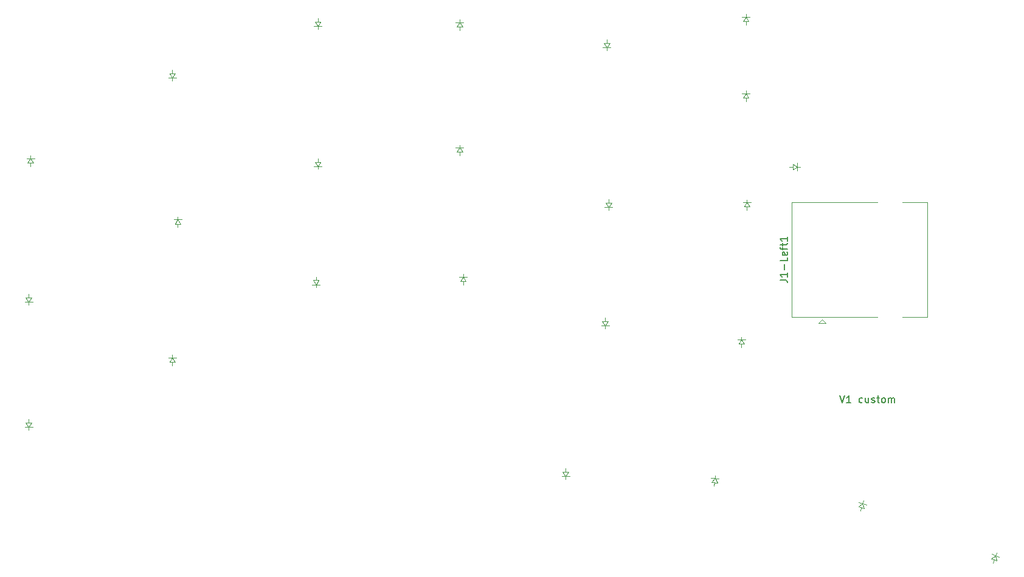
<source format=gbr>
%TF.GenerationSoftware,KiCad,Pcbnew,8.0.3*%
%TF.CreationDate,2024-07-10T08:52:34-07:00*%
%TF.ProjectId,Custom_KB_V1,43757374-6f6d-45f4-9b42-5f56312e6b69,rev?*%
%TF.SameCoordinates,Original*%
%TF.FileFunction,Legend,Top*%
%TF.FilePolarity,Positive*%
%FSLAX46Y46*%
G04 Gerber Fmt 4.6, Leading zero omitted, Abs format (unit mm)*
G04 Created by KiCad (PCBNEW 8.0.3) date 2024-07-10 08:52:34*
%MOMM*%
%LPD*%
G01*
G04 APERTURE LIST*
%ADD10C,0.150000*%
%ADD11C,0.100000*%
%ADD12C,0.120000*%
G04 APERTURE END LIST*
D10*
X184693922Y-112619819D02*
X185027255Y-113619819D01*
X185027255Y-113619819D02*
X185360588Y-112619819D01*
X186217731Y-113619819D02*
X185646303Y-113619819D01*
X185932017Y-113619819D02*
X185932017Y-112619819D01*
X185932017Y-112619819D02*
X185836779Y-112762676D01*
X185836779Y-112762676D02*
X185741541Y-112857914D01*
X185741541Y-112857914D02*
X185646303Y-112905533D01*
X187836779Y-113572200D02*
X187741541Y-113619819D01*
X187741541Y-113619819D02*
X187551065Y-113619819D01*
X187551065Y-113619819D02*
X187455827Y-113572200D01*
X187455827Y-113572200D02*
X187408208Y-113524580D01*
X187408208Y-113524580D02*
X187360589Y-113429342D01*
X187360589Y-113429342D02*
X187360589Y-113143628D01*
X187360589Y-113143628D02*
X187408208Y-113048390D01*
X187408208Y-113048390D02*
X187455827Y-113000771D01*
X187455827Y-113000771D02*
X187551065Y-112953152D01*
X187551065Y-112953152D02*
X187741541Y-112953152D01*
X187741541Y-112953152D02*
X187836779Y-113000771D01*
X188693922Y-112953152D02*
X188693922Y-113619819D01*
X188265351Y-112953152D02*
X188265351Y-113476961D01*
X188265351Y-113476961D02*
X188312970Y-113572200D01*
X188312970Y-113572200D02*
X188408208Y-113619819D01*
X188408208Y-113619819D02*
X188551065Y-113619819D01*
X188551065Y-113619819D02*
X188646303Y-113572200D01*
X188646303Y-113572200D02*
X188693922Y-113524580D01*
X189122494Y-113572200D02*
X189217732Y-113619819D01*
X189217732Y-113619819D02*
X189408208Y-113619819D01*
X189408208Y-113619819D02*
X189503446Y-113572200D01*
X189503446Y-113572200D02*
X189551065Y-113476961D01*
X189551065Y-113476961D02*
X189551065Y-113429342D01*
X189551065Y-113429342D02*
X189503446Y-113334104D01*
X189503446Y-113334104D02*
X189408208Y-113286485D01*
X189408208Y-113286485D02*
X189265351Y-113286485D01*
X189265351Y-113286485D02*
X189170113Y-113238866D01*
X189170113Y-113238866D02*
X189122494Y-113143628D01*
X189122494Y-113143628D02*
X189122494Y-113096009D01*
X189122494Y-113096009D02*
X189170113Y-113000771D01*
X189170113Y-113000771D02*
X189265351Y-112953152D01*
X189265351Y-112953152D02*
X189408208Y-112953152D01*
X189408208Y-112953152D02*
X189503446Y-113000771D01*
X189836780Y-112953152D02*
X190217732Y-112953152D01*
X189979637Y-112619819D02*
X189979637Y-113476961D01*
X189979637Y-113476961D02*
X190027256Y-113572200D01*
X190027256Y-113572200D02*
X190122494Y-113619819D01*
X190122494Y-113619819D02*
X190217732Y-113619819D01*
X190693923Y-113619819D02*
X190598685Y-113572200D01*
X190598685Y-113572200D02*
X190551066Y-113524580D01*
X190551066Y-113524580D02*
X190503447Y-113429342D01*
X190503447Y-113429342D02*
X190503447Y-113143628D01*
X190503447Y-113143628D02*
X190551066Y-113048390D01*
X190551066Y-113048390D02*
X190598685Y-113000771D01*
X190598685Y-113000771D02*
X190693923Y-112953152D01*
X190693923Y-112953152D02*
X190836780Y-112953152D01*
X190836780Y-112953152D02*
X190932018Y-113000771D01*
X190932018Y-113000771D02*
X190979637Y-113048390D01*
X190979637Y-113048390D02*
X191027256Y-113143628D01*
X191027256Y-113143628D02*
X191027256Y-113429342D01*
X191027256Y-113429342D02*
X190979637Y-113524580D01*
X190979637Y-113524580D02*
X190932018Y-113572200D01*
X190932018Y-113572200D02*
X190836780Y-113619819D01*
X190836780Y-113619819D02*
X190693923Y-113619819D01*
X191455828Y-113619819D02*
X191455828Y-112953152D01*
X191455828Y-113048390D02*
X191503447Y-113000771D01*
X191503447Y-113000771D02*
X191598685Y-112953152D01*
X191598685Y-112953152D02*
X191741542Y-112953152D01*
X191741542Y-112953152D02*
X191836780Y-113000771D01*
X191836780Y-113000771D02*
X191884399Y-113096009D01*
X191884399Y-113096009D02*
X191884399Y-113619819D01*
X191884399Y-113096009D02*
X191932018Y-113000771D01*
X191932018Y-113000771D02*
X192027256Y-112953152D01*
X192027256Y-112953152D02*
X192170113Y-112953152D01*
X192170113Y-112953152D02*
X192265352Y-113000771D01*
X192265352Y-113000771D02*
X192312971Y-113096009D01*
X192312971Y-113096009D02*
X192312971Y-113619819D01*
X176364819Y-96508333D02*
X177079104Y-96508333D01*
X177079104Y-96508333D02*
X177221961Y-96555952D01*
X177221961Y-96555952D02*
X177317200Y-96651190D01*
X177317200Y-96651190D02*
X177364819Y-96794047D01*
X177364819Y-96794047D02*
X177364819Y-96889285D01*
X177364819Y-95508333D02*
X177364819Y-96079761D01*
X177364819Y-95794047D02*
X176364819Y-95794047D01*
X176364819Y-95794047D02*
X176507676Y-95889285D01*
X176507676Y-95889285D02*
X176602914Y-95984523D01*
X176602914Y-95984523D02*
X176650533Y-96079761D01*
X176983866Y-95079761D02*
X176983866Y-94317857D01*
X177364819Y-93365476D02*
X177364819Y-93841666D01*
X177364819Y-93841666D02*
X176364819Y-93841666D01*
X177317200Y-92651190D02*
X177364819Y-92746428D01*
X177364819Y-92746428D02*
X177364819Y-92936904D01*
X177364819Y-92936904D02*
X177317200Y-93032142D01*
X177317200Y-93032142D02*
X177221961Y-93079761D01*
X177221961Y-93079761D02*
X176841009Y-93079761D01*
X176841009Y-93079761D02*
X176745771Y-93032142D01*
X176745771Y-93032142D02*
X176698152Y-92936904D01*
X176698152Y-92936904D02*
X176698152Y-92746428D01*
X176698152Y-92746428D02*
X176745771Y-92651190D01*
X176745771Y-92651190D02*
X176841009Y-92603571D01*
X176841009Y-92603571D02*
X176936247Y-92603571D01*
X176936247Y-92603571D02*
X177031485Y-93079761D01*
X176698152Y-92317856D02*
X176698152Y-91936904D01*
X177364819Y-92174999D02*
X176507676Y-92174999D01*
X176507676Y-92174999D02*
X176412438Y-92127380D01*
X176412438Y-92127380D02*
X176364819Y-92032142D01*
X176364819Y-92032142D02*
X176364819Y-91936904D01*
X176698152Y-91746427D02*
X176698152Y-91365475D01*
X176364819Y-91603570D02*
X177221961Y-91603570D01*
X177221961Y-91603570D02*
X177317200Y-91555951D01*
X177317200Y-91555951D02*
X177364819Y-91460713D01*
X177364819Y-91460713D02*
X177364819Y-91365475D01*
X177364819Y-90508332D02*
X177364819Y-91079760D01*
X177364819Y-90794046D02*
X176364819Y-90794046D01*
X176364819Y-90794046D02*
X176507676Y-90889284D01*
X176507676Y-90889284D02*
X176602914Y-90984522D01*
X176602914Y-90984522D02*
X176650533Y-91079760D01*
D11*
%TO.C,D10*%
X111450000Y-80660000D02*
X112550000Y-80660000D01*
X111600000Y-80060000D02*
X112400000Y-80060000D01*
X112000000Y-80060000D02*
X112000000Y-79560000D01*
X112000000Y-80660000D02*
X111600000Y-80060000D01*
X112000000Y-81060000D02*
X112000000Y-80660000D01*
X112400000Y-80060000D02*
X112000000Y-80660000D01*
%TO.C,D14*%
X151450000Y-102910000D02*
X152550000Y-102910000D01*
X151600000Y-102310000D02*
X152400000Y-102310000D01*
X152000000Y-102310000D02*
X152000000Y-101810000D01*
X152000000Y-102910000D02*
X151600000Y-102310000D01*
X152000000Y-103310000D02*
X152000000Y-102910000D01*
X152400000Y-102310000D02*
X152000000Y-102910000D01*
D12*
%TO.C,J1-Left1*%
X196840000Y-85665000D02*
X196840000Y-101685000D01*
X193400001Y-85665000D02*
X196840000Y-85665000D01*
X193400000Y-101685000D02*
X196840000Y-101685000D01*
X182758000Y-102561000D02*
X182250000Y-102053000D01*
X182250000Y-102053000D02*
X181742000Y-102561000D01*
X181742000Y-102561000D02*
X182758000Y-102561000D01*
X177970000Y-101685000D02*
X189900000Y-101685000D01*
X177970000Y-85665000D02*
X189900000Y-85665000D01*
X177970000Y-85665000D02*
X177970000Y-101685000D01*
D11*
%TO.C,D7*%
X171350000Y-86310000D02*
X171750000Y-85710000D01*
X171750000Y-85310000D02*
X171750000Y-85710000D01*
X171750000Y-85710000D02*
X172150000Y-86310000D01*
X171750000Y-86310000D02*
X171750000Y-86810000D01*
X172150000Y-86310000D02*
X171350000Y-86310000D01*
X172300000Y-85710000D02*
X171200000Y-85710000D01*
%TO.C,D17*%
X91350000Y-107940000D02*
X91750000Y-107340000D01*
X91750000Y-106940000D02*
X91750000Y-107340000D01*
X91750000Y-107340000D02*
X92150000Y-107940000D01*
X91750000Y-107940000D02*
X91750000Y-108440000D01*
X92150000Y-107940000D02*
X91350000Y-107940000D01*
X92300000Y-107340000D02*
X91200000Y-107340000D01*
%TO.C,D24*%
X178189999Y-80750000D02*
X177690000Y-80750000D01*
X178190000Y-80350000D02*
X178790001Y-80750000D01*
X178190000Y-81150000D02*
X178190000Y-80350000D01*
X178790000Y-81300000D02*
X178790000Y-80200000D01*
X178790001Y-80750000D02*
X178190000Y-81150000D01*
X179190000Y-80750000D02*
X178790001Y-80750000D01*
%TO.C,D15*%
X131850000Y-96690000D02*
X132250000Y-96090000D01*
X132250000Y-95690000D02*
X132250000Y-96090000D01*
X132250000Y-96090000D02*
X132650000Y-96690000D01*
X132250000Y-96690000D02*
X132250000Y-97190000D01*
X132650000Y-96690000D02*
X131850000Y-96690000D01*
X132800000Y-96090000D02*
X131700000Y-96090000D01*
%TO.C,D3*%
X131350000Y-61190000D02*
X131750000Y-60590000D01*
X131750000Y-60190000D02*
X131750000Y-60590000D01*
X131750000Y-60590000D02*
X132150000Y-61190000D01*
X131750000Y-61190000D02*
X131750000Y-61690000D01*
X132150000Y-61190000D02*
X131350000Y-61190000D01*
X132300000Y-60590000D02*
X131200000Y-60590000D01*
%TO.C,D22*%
X145950000Y-123850000D02*
X147050000Y-123850000D01*
X146100000Y-123250000D02*
X146900000Y-123250000D01*
X146500000Y-123250000D02*
X146500000Y-122750000D01*
X146500000Y-123850000D02*
X146100000Y-123250000D01*
X146500000Y-124250000D02*
X146500000Y-123850000D01*
X146900000Y-123250000D02*
X146500000Y-123850000D01*
%TO.C,D12*%
X71200000Y-99600000D02*
X72300000Y-99600000D01*
X71350000Y-99000000D02*
X72150000Y-99000000D01*
X71750000Y-99000000D02*
X71750000Y-98500000D01*
X71750000Y-99600000D02*
X71350000Y-99000000D01*
X71750000Y-100000000D02*
X71750000Y-99600000D01*
X72150000Y-99000000D02*
X71750000Y-99600000D01*
%TO.C,D8*%
X151950000Y-86350000D02*
X153050000Y-86350000D01*
X152100000Y-85750000D02*
X152900000Y-85750000D01*
X152500000Y-85750000D02*
X152500000Y-85250000D01*
X152500000Y-86350000D02*
X152100000Y-85750000D01*
X152500000Y-86750000D02*
X152500000Y-86350000D01*
X152900000Y-85750000D02*
X152500000Y-86350000D01*
%TO.C,D23*%
X171201579Y-71097631D02*
X171601579Y-70497630D01*
X171601579Y-70097631D02*
X171601579Y-70497630D01*
X171601579Y-70497630D02*
X172001579Y-71097631D01*
X171601579Y-71097632D02*
X171601579Y-71597631D01*
X172001579Y-71097631D02*
X171201579Y-71097631D01*
X172151579Y-70497631D02*
X171051579Y-70497631D01*
%TO.C,D6*%
X71600000Y-80190000D02*
X72000000Y-79590000D01*
X72000000Y-79190000D02*
X72000000Y-79590000D01*
X72000000Y-79590000D02*
X72400000Y-80190000D01*
X72000000Y-80190000D02*
X72000000Y-80690000D01*
X72400000Y-80190000D02*
X71600000Y-80190000D01*
X72550000Y-79590000D02*
X71450000Y-79590000D01*
%TO.C,D2*%
X151700000Y-64100000D02*
X152800000Y-64100000D01*
X151850000Y-63500000D02*
X152650000Y-63500000D01*
X152250000Y-63500000D02*
X152250000Y-63000000D01*
X152250000Y-64100000D02*
X151850000Y-63500000D01*
X152250000Y-64500000D02*
X152250000Y-64100000D01*
X152650000Y-63500000D02*
X152250000Y-64100000D01*
%TO.C,D18*%
X71200000Y-117040000D02*
X72300000Y-117040000D01*
X71350000Y-116440000D02*
X72150000Y-116440000D01*
X71750000Y-116440000D02*
X71750000Y-115940000D01*
X71750000Y-117040000D02*
X71350000Y-116440000D01*
X71750000Y-117440000D02*
X71750000Y-117040000D01*
X72150000Y-116440000D02*
X71750000Y-117040000D01*
%TO.C,D16*%
X111200000Y-97160000D02*
X112300000Y-97160000D01*
X111350000Y-96560000D02*
X112150000Y-96560000D01*
X111750000Y-96560000D02*
X111750000Y-96060000D01*
X111750000Y-97160000D02*
X111350000Y-96560000D01*
X111750000Y-97560000D02*
X111750000Y-97160000D01*
X112150000Y-96560000D02*
X111750000Y-97160000D01*
%TO.C,D13*%
X170600000Y-105440000D02*
X171000000Y-104840000D01*
X171000000Y-104440000D02*
X171000000Y-104840000D01*
X171000000Y-104840000D02*
X171400000Y-105440000D01*
X171000000Y-105440000D02*
X171000000Y-105940000D01*
X171400000Y-105440000D02*
X170600000Y-105440000D01*
X171550000Y-104840000D02*
X170450000Y-104840000D01*
%TO.C,D19*%
X205788617Y-135348117D02*
X206369706Y-134921105D01*
X206164497Y-135484923D02*
X205993486Y-135954770D01*
X206369706Y-134921105D02*
X206540372Y-135621731D01*
X206506515Y-134545231D02*
X206369706Y-134921105D01*
X206540372Y-135621731D02*
X205788617Y-135348117D01*
X206886537Y-135109219D02*
X205852874Y-134732997D01*
%TO.C,D4*%
X111450000Y-61160000D02*
X112550000Y-61160000D01*
X111600000Y-60560000D02*
X112400000Y-60560000D01*
X112000000Y-60560000D02*
X112000000Y-60060000D01*
X112000000Y-61160000D02*
X111600000Y-60560000D01*
X112000000Y-61560000D02*
X112000000Y-61160000D01*
X112400000Y-60560000D02*
X112000000Y-61160000D01*
%TO.C,D21*%
X166829733Y-124714187D02*
X167280505Y-124151331D01*
X167228211Y-124749048D02*
X167184632Y-125247146D01*
X167280505Y-124151331D02*
X167626687Y-124783911D01*
X167315366Y-123752854D02*
X167280505Y-124151331D01*
X167626687Y-124783911D02*
X166829733Y-124714187D01*
X167828411Y-124199268D02*
X166732597Y-124103395D01*
%TO.C,D20*%
X187294385Y-128122130D02*
X187852329Y-127665290D01*
X187676909Y-128239075D02*
X187530722Y-128717228D01*
X187852329Y-127665290D02*
X188059428Y-128356025D01*
X187969279Y-127282771D02*
X187852329Y-127665290D01*
X188059428Y-128356025D02*
X187294385Y-128122130D01*
X188378296Y-127826096D02*
X187326360Y-127504488D01*
%TO.C,D5*%
X91200000Y-68349999D02*
X92300000Y-68349999D01*
X91350000Y-67749999D02*
X92150000Y-67749999D01*
X91750000Y-67749998D02*
X91750000Y-67249999D01*
X91750000Y-68350000D02*
X91350000Y-67749999D01*
X91750000Y-68749999D02*
X91750000Y-68350000D01*
X92150000Y-67749999D02*
X91750000Y-68350000D01*
%TO.C,D11*%
X92100000Y-88690000D02*
X92500000Y-88090000D01*
X92500000Y-87690000D02*
X92500000Y-88090000D01*
X92500000Y-88090000D02*
X92900000Y-88690000D01*
X92500000Y-88690000D02*
X92500000Y-89190000D01*
X92900000Y-88690000D02*
X92100000Y-88690000D01*
X93050000Y-88090000D02*
X91950000Y-88090000D01*
%TO.C,D1*%
X171201579Y-60445383D02*
X171601579Y-59845383D01*
X171601579Y-59445383D02*
X171601579Y-59845383D01*
X171601579Y-59845383D02*
X172001579Y-60445383D01*
X171601579Y-60445383D02*
X171601579Y-60945383D01*
X172001579Y-60445383D02*
X171201579Y-60445383D01*
X172151579Y-59845383D02*
X171051579Y-59845383D01*
%TO.C,D9*%
X131350000Y-78690000D02*
X131750000Y-78090000D01*
X131750000Y-77690000D02*
X131750000Y-78090000D01*
X131750000Y-78090000D02*
X132150000Y-78690000D01*
X131750000Y-78690000D02*
X131750000Y-79190000D01*
X132150000Y-78690000D02*
X131350000Y-78690000D01*
X132300000Y-78090000D02*
X131200000Y-78090000D01*
%TD*%
M02*

</source>
